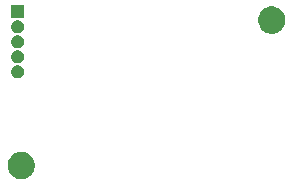
<source format=gbr>
G04 #@! TF.GenerationSoftware,KiCad,Pcbnew,(5.1.4)-1*
G04 #@! TF.CreationDate,2020-11-12T16:18:46-05:00*
G04 #@! TF.ProjectId,UniAmp,556e6941-6d70-42e6-9b69-6361645f7063,rev?*
G04 #@! TF.SameCoordinates,Original*
G04 #@! TF.FileFunction,Soldermask,Bot*
G04 #@! TF.FilePolarity,Negative*
%FSLAX46Y46*%
G04 Gerber Fmt 4.6, Leading zero omitted, Abs format (unit mm)*
G04 Created by KiCad (PCBNEW (5.1.4)-1) date 2020-11-12 16:18:46*
%MOMM*%
%LPD*%
G04 APERTURE LIST*
%ADD10C,0.100000*%
G04 APERTURE END LIST*
D10*
G36*
X112065734Y-82223232D02*
G01*
X112188439Y-82274058D01*
X112275204Y-82309997D01*
X112463721Y-82435960D01*
X112624040Y-82596279D01*
X112750003Y-82784796D01*
X112750003Y-82784797D01*
X112836768Y-82994266D01*
X112881000Y-83216636D01*
X112881000Y-83443364D01*
X112836768Y-83665734D01*
X112785942Y-83788439D01*
X112750003Y-83875204D01*
X112624040Y-84063721D01*
X112463721Y-84224040D01*
X112275204Y-84350003D01*
X112188439Y-84385942D01*
X112065734Y-84436768D01*
X111843364Y-84481000D01*
X111616636Y-84481000D01*
X111394266Y-84436768D01*
X111271561Y-84385942D01*
X111184796Y-84350003D01*
X110996279Y-84224040D01*
X110835960Y-84063721D01*
X110709997Y-83875204D01*
X110674058Y-83788439D01*
X110623232Y-83665734D01*
X110579000Y-83443364D01*
X110579000Y-83216636D01*
X110623232Y-82994266D01*
X110709997Y-82784797D01*
X110709997Y-82784796D01*
X110835960Y-82596279D01*
X110996279Y-82435960D01*
X111184796Y-82309997D01*
X111271561Y-82274058D01*
X111394266Y-82223232D01*
X111616636Y-82179000D01*
X111843364Y-82179000D01*
X112065734Y-82223232D01*
X112065734Y-82223232D01*
G37*
G36*
X111538012Y-74856972D02*
G01*
X111641882Y-74888480D01*
X111737597Y-74939641D01*
X111821501Y-75008499D01*
X111890359Y-75092403D01*
X111941520Y-75188118D01*
X111973028Y-75291988D01*
X111983666Y-75400000D01*
X111973028Y-75508012D01*
X111941520Y-75611882D01*
X111890359Y-75707597D01*
X111821501Y-75791501D01*
X111737597Y-75860359D01*
X111641882Y-75911520D01*
X111538012Y-75943028D01*
X111457071Y-75951000D01*
X111402929Y-75951000D01*
X111321988Y-75943028D01*
X111218118Y-75911520D01*
X111122403Y-75860359D01*
X111038499Y-75791501D01*
X110969641Y-75707597D01*
X110918480Y-75611882D01*
X110886972Y-75508012D01*
X110876334Y-75400000D01*
X110886972Y-75291988D01*
X110918480Y-75188118D01*
X110969641Y-75092403D01*
X111038499Y-75008499D01*
X111122403Y-74939641D01*
X111218118Y-74888480D01*
X111321988Y-74856972D01*
X111402929Y-74849000D01*
X111457071Y-74849000D01*
X111538012Y-74856972D01*
X111538012Y-74856972D01*
G37*
G36*
X111538012Y-73586972D02*
G01*
X111641882Y-73618480D01*
X111737597Y-73669641D01*
X111821501Y-73738499D01*
X111890359Y-73822403D01*
X111941520Y-73918118D01*
X111973028Y-74021988D01*
X111983666Y-74130000D01*
X111973028Y-74238012D01*
X111941520Y-74341882D01*
X111890359Y-74437597D01*
X111821501Y-74521501D01*
X111737597Y-74590359D01*
X111641882Y-74641520D01*
X111538012Y-74673028D01*
X111457071Y-74681000D01*
X111402929Y-74681000D01*
X111321988Y-74673028D01*
X111218118Y-74641520D01*
X111122403Y-74590359D01*
X111038499Y-74521501D01*
X110969641Y-74437597D01*
X110918480Y-74341882D01*
X110886972Y-74238012D01*
X110876334Y-74130000D01*
X110886972Y-74021988D01*
X110918480Y-73918118D01*
X110969641Y-73822403D01*
X111038499Y-73738499D01*
X111122403Y-73669641D01*
X111218118Y-73618480D01*
X111321988Y-73586972D01*
X111402929Y-73579000D01*
X111457071Y-73579000D01*
X111538012Y-73586972D01*
X111538012Y-73586972D01*
G37*
G36*
X111538012Y-72316972D02*
G01*
X111641882Y-72348480D01*
X111737597Y-72399641D01*
X111821501Y-72468499D01*
X111890359Y-72552403D01*
X111941520Y-72648118D01*
X111973028Y-72751988D01*
X111983666Y-72860000D01*
X111973028Y-72968012D01*
X111941520Y-73071882D01*
X111890359Y-73167597D01*
X111821501Y-73251501D01*
X111737597Y-73320359D01*
X111641882Y-73371520D01*
X111538012Y-73403028D01*
X111457071Y-73411000D01*
X111402929Y-73411000D01*
X111321988Y-73403028D01*
X111218118Y-73371520D01*
X111122403Y-73320359D01*
X111038499Y-73251501D01*
X110969641Y-73167597D01*
X110918480Y-73071882D01*
X110886972Y-72968012D01*
X110876334Y-72860000D01*
X110886972Y-72751988D01*
X110918480Y-72648118D01*
X110969641Y-72552403D01*
X111038499Y-72468499D01*
X111122403Y-72399641D01*
X111218118Y-72348480D01*
X111321988Y-72316972D01*
X111402929Y-72309000D01*
X111457071Y-72309000D01*
X111538012Y-72316972D01*
X111538012Y-72316972D01*
G37*
G36*
X133275734Y-69913232D02*
G01*
X133398439Y-69964058D01*
X133485204Y-69999997D01*
X133673721Y-70125960D01*
X133834040Y-70286279D01*
X133960003Y-70474796D01*
X133960003Y-70474797D01*
X134046768Y-70684266D01*
X134091000Y-70906636D01*
X134091000Y-71133364D01*
X134046768Y-71355734D01*
X134037496Y-71378118D01*
X133960003Y-71565204D01*
X133834040Y-71753721D01*
X133673721Y-71914040D01*
X133485204Y-72040003D01*
X133398439Y-72075942D01*
X133275734Y-72126768D01*
X133053364Y-72171000D01*
X132826636Y-72171000D01*
X132604266Y-72126768D01*
X132481561Y-72075942D01*
X132394796Y-72040003D01*
X132206279Y-71914040D01*
X132045960Y-71753721D01*
X131919997Y-71565204D01*
X131842504Y-71378118D01*
X131833232Y-71355734D01*
X131789000Y-71133364D01*
X131789000Y-70906636D01*
X131833232Y-70684266D01*
X131919997Y-70474797D01*
X131919997Y-70474796D01*
X132045960Y-70286279D01*
X132206279Y-70125960D01*
X132394796Y-69999997D01*
X132481561Y-69964058D01*
X132604266Y-69913232D01*
X132826636Y-69869000D01*
X133053364Y-69869000D01*
X133275734Y-69913232D01*
X133275734Y-69913232D01*
G37*
G36*
X111538012Y-71046972D02*
G01*
X111641882Y-71078480D01*
X111737597Y-71129641D01*
X111821501Y-71198499D01*
X111890359Y-71282403D01*
X111941520Y-71378118D01*
X111973028Y-71481988D01*
X111983666Y-71590000D01*
X111973028Y-71698012D01*
X111973027Y-71698015D01*
X111956130Y-71753720D01*
X111941520Y-71801882D01*
X111890359Y-71897597D01*
X111821501Y-71981501D01*
X111737597Y-72050359D01*
X111641882Y-72101520D01*
X111538012Y-72133028D01*
X111457071Y-72141000D01*
X111402929Y-72141000D01*
X111321988Y-72133028D01*
X111218118Y-72101520D01*
X111122403Y-72050359D01*
X111038499Y-71981501D01*
X110969641Y-71897597D01*
X110918480Y-71801882D01*
X110903871Y-71753720D01*
X110886973Y-71698015D01*
X110886972Y-71698012D01*
X110876334Y-71590000D01*
X110886972Y-71481988D01*
X110918480Y-71378118D01*
X110969641Y-71282403D01*
X111038499Y-71198499D01*
X111122403Y-71129641D01*
X111218118Y-71078480D01*
X111321988Y-71046972D01*
X111402929Y-71039000D01*
X111457071Y-71039000D01*
X111538012Y-71046972D01*
X111538012Y-71046972D01*
G37*
G36*
X111981000Y-70871000D02*
G01*
X110879000Y-70871000D01*
X110879000Y-69769000D01*
X111981000Y-69769000D01*
X111981000Y-70871000D01*
X111981000Y-70871000D01*
G37*
M02*

</source>
